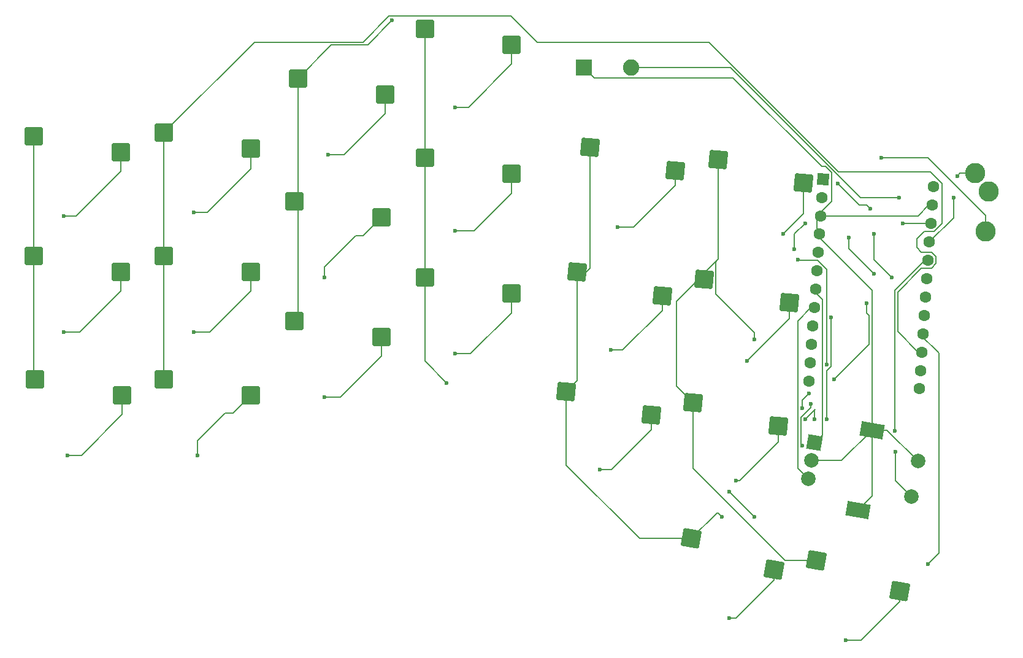
<source format=gbr>
%TF.GenerationSoftware,KiCad,Pcbnew,9.0.6-1.fc43*%
%TF.CreationDate,2026-01-15T13:21:32-05:00*%
%TF.ProjectId,Left,4c656674-2e6b-4696-9361-645f70636258,rev?*%
%TF.SameCoordinates,Original*%
%TF.FileFunction,Copper,L2,Bot*%
%TF.FilePolarity,Positive*%
%FSLAX46Y46*%
G04 Gerber Fmt 4.6, Leading zero omitted, Abs format (unit mm)*
G04 Created by KiCad (PCBNEW 9.0.6-1.fc43) date 2026-01-15 13:21:32*
%MOMM*%
%LPD*%
G01*
G04 APERTURE LIST*
G04 Aperture macros list*
%AMRoundRect*
0 Rectangle with rounded corners*
0 $1 Rounding radius*
0 $2 $3 $4 $5 $6 $7 $8 $9 X,Y pos of 4 corners*
0 Add a 4 corners polygon primitive as box body*
4,1,4,$2,$3,$4,$5,$6,$7,$8,$9,$2,$3,0*
0 Add four circle primitives for the rounded corners*
1,1,$1+$1,$2,$3*
1,1,$1+$1,$4,$5*
1,1,$1+$1,$6,$7*
1,1,$1+$1,$8,$9*
0 Add four rect primitives between the rounded corners*
20,1,$1+$1,$2,$3,$4,$5,0*
20,1,$1+$1,$4,$5,$6,$7,0*
20,1,$1+$1,$6,$7,$8,$9,0*
20,1,$1+$1,$8,$9,$2,$3,0*%
%AMHorizOval*
0 Thick line with rounded ends*
0 $1 width*
0 $2 $3 position (X,Y) of the first rounded end (center of the circle)*
0 $4 $5 position (X,Y) of the second rounded end (center of the circle)*
0 Add line between two ends*
20,1,$1,$2,$3,$4,$5,0*
0 Add two circle primitives to create the rounded ends*
1,1,$1,$2,$3*
1,1,$1,$4,$5*%
%AMRotRect*
0 Rectangle, with rotation*
0 The origin of the aperture is its center*
0 $1 length*
0 $2 width*
0 $3 Rotation angle, in degrees counterclockwise*
0 Add horizontal line*
21,1,$1,$2,0,0,$3*%
G04 Aperture macros list end*
%TA.AperFunction,SMDPad,CuDef*%
%ADD10RoundRect,0.250000X-1.108255X-0.906860X0.933944X-1.085529X1.108255X0.906860X-0.933944X1.085529X0*%
%TD*%
%TA.AperFunction,SMDPad,CuDef*%
%ADD11RoundRect,0.250000X-1.183076X-0.806818X0.835780X-1.162797X1.183076X0.806818X-0.835780X1.162797X0*%
%TD*%
%TA.AperFunction,SMDPad,CuDef*%
%ADD12RoundRect,0.250000X-1.025000X-1.000000X1.025000X-1.000000X1.025000X1.000000X-1.025000X1.000000X0*%
%TD*%
%TA.AperFunction,ComponentPad*%
%ADD13RotRect,1.600000X1.600000X176.000000*%
%TD*%
%TA.AperFunction,ComponentPad*%
%ADD14HorizOval,1.600000X0.000000X0.000000X0.000000X0.000000X0*%
%TD*%
%TA.AperFunction,ComponentPad*%
%ADD15R,2.250000X2.250000*%
%TD*%
%TA.AperFunction,ComponentPad*%
%ADD16C,2.250000*%
%TD*%
%TA.AperFunction,ComponentPad*%
%ADD17C,2.800000*%
%TD*%
%TA.AperFunction,ComponentPad*%
%ADD18RotRect,2.000000X2.000000X350.000000*%
%TD*%
%TA.AperFunction,ComponentPad*%
%ADD19C,2.000000*%
%TD*%
%TA.AperFunction,ComponentPad*%
%ADD20RotRect,3.200000X2.000000X350.000000*%
%TD*%
%TA.AperFunction,ViaPad*%
%ADD21C,0.600000*%
%TD*%
%TA.AperFunction,Conductor*%
%ADD22C,0.200000*%
%TD*%
G04 APERTURE END LIST*
D10*
%TO.P,S12,1,1*%
%TO.N,5 Column*%
X243557182Y-89238430D03*
%TO.P,S12,2,2*%
%TO.N,Net-(D12-A)*%
X255319776Y-92475927D03*
%TD*%
D11*
%TO.P,S20,1,1*%
%TO.N,5 Column*%
X259095062Y-127983385D03*
%TO.P,S20,2,2*%
%TO.N,Net-(D20-A)*%
X270530729Y-132233740D03*
%TD*%
D10*
%TO.P,S17,1,1*%
%TO.N,4 Column*%
X224536253Y-104717787D03*
%TO.P,S17,2,2*%
%TO.N,Net-(D17-A)*%
X236298847Y-107955284D03*
%TD*%
D12*
%TO.P,S10,1,1*%
%TO.N,3 Column*%
X205000000Y-72500000D03*
%TO.P,S10,2,2*%
%TO.N,Net-(D10-A)*%
X217000000Y-74700000D03*
%TD*%
D10*
%TO.P,S5,1,1*%
%TO.N,4 Column*%
X227792292Y-71004993D03*
%TO.P,S5,2,2*%
%TO.N,Net-(D5-A)*%
X239554886Y-74242490D03*
%TD*%
D12*
%TO.P,S1,1,1*%
%TO.N,0 Column*%
X151000000Y-69500000D03*
%TO.P,S1,2,2*%
%TO.N,Net-(D1-A)*%
X163000000Y-71700000D03*
%TD*%
D10*
%TO.P,S11,1,1*%
%TO.N,4 Column*%
X226057182Y-88238430D03*
%TO.P,S11,2,2*%
%TO.N,Net-(D11-A)*%
X237819776Y-91475927D03*
%TD*%
D11*
%TO.P,S19,1,1*%
%TO.N,4 Column*%
X241817699Y-124983385D03*
%TO.P,S19,2,2*%
%TO.N,Net-(D19-A)*%
X253253366Y-129233740D03*
%TD*%
D13*
%TO.P,U1,1,TX0/PD3*%
%TO.N,Serial*%
X260000000Y-75398562D03*
D14*
%TO.P,U1,2,RX1/PD2*%
%TO.N,unconnected-(U1-RX1{slash}PD2-Pad2)*%
X259822819Y-77932375D03*
%TO.P,U1,3,GND*%
%TO.N,GND*%
X259645638Y-80466186D03*
%TO.P,U1,4,GND*%
X259468457Y-83000000D03*
%TO.P,U1,5,2/PD1*%
%TO.N,unconnected-(U1-2{slash}PD1-Pad5)*%
X259291275Y-85533812D03*
%TO.P,U1,6,3/PD0*%
%TO.N,unconnected-(U1-3{slash}PD0-Pad6)*%
X259114094Y-88067624D03*
%TO.P,U1,7,4/PD4*%
%TO.N,Net-(U1-4{slash}PD4)*%
X258936913Y-90601439D03*
%TO.P,U1,8,5/PC6*%
%TO.N,Net-(U1-5{slash}PC6)*%
X258759731Y-93135251D03*
%TO.P,U1,9,6/PD7*%
%TO.N,5 Column*%
X258582548Y-95669063D03*
%TO.P,U1,10,7/PE6*%
%TO.N,4 Column*%
X258405367Y-98202876D03*
%TO.P,U1,11,8/PB4*%
%TO.N,3 Column*%
X258228186Y-100736689D03*
%TO.P,U1,12,9/PB5*%
%TO.N,2 Column*%
X258051005Y-103270500D03*
%TO.P,U1,13,10/PB6*%
%TO.N,unconnected-(U1-10{slash}PB6-Pad13)*%
X273253881Y-104333590D03*
%TO.P,U1,14,16/PB2*%
%TO.N,0 Column*%
X273431063Y-101799777D03*
%TO.P,U1,15,14/PB3*%
%TO.N,1 Column*%
X273608243Y-99265965D03*
%TO.P,U1,16,15/PB1*%
%TO.N,3 Row*%
X273785425Y-96732152D03*
%TO.P,U1,17,A0/PF7*%
%TO.N,2 Row*%
X273962605Y-94198339D03*
%TO.P,U1,18,A1/PF6*%
%TO.N,1 Row*%
X274139789Y-91664526D03*
%TO.P,U1,19,A2/PF5*%
%TO.N,0 Row*%
X274316971Y-89130714D03*
%TO.P,U1,20,A3/PF4*%
%TO.N,Net-(U1-A3{slash}PF4)*%
X274494151Y-86596901D03*
%TO.P,U1,21,VCC*%
%TO.N,VCC*%
X274671333Y-84063088D03*
%TO.P,U1,22,RST*%
%TO.N,RST*%
X274848513Y-81529276D03*
%TO.P,U1,23,GND*%
%TO.N,GND*%
X275025695Y-78995463D03*
%TO.P,U1,24,RAW*%
%TO.N,unconnected-(U1-RAW-Pad24)*%
X275202877Y-76461651D03*
%TD*%
D12*
%TO.P,S8,1,1*%
%TO.N,1 Column*%
X169000000Y-86000000D03*
%TO.P,S8,2,2*%
%TO.N,Net-(D8-A)*%
X181000000Y-88200000D03*
%TD*%
%TO.P,S4,1,1*%
%TO.N,3 Column*%
X205000000Y-54700000D03*
%TO.P,S4,2,2*%
%TO.N,Net-(D4-A)*%
X217000000Y-56900000D03*
%TD*%
D15*
%TO.P,SW2,1,1*%
%TO.N,GND*%
X227000000Y-60000000D03*
D16*
%TO.P,SW2,2,2*%
%TO.N,RST*%
X233500000Y-60000000D03*
%TD*%
D10*
%TO.P,S6,1,1*%
%TO.N,5 Column*%
X245536253Y-72717787D03*
%TO.P,S6,2,2*%
%TO.N,Net-(D6-A)*%
X257298847Y-75955284D03*
%TD*%
D12*
%TO.P,S13,1,1*%
%TO.N,0 Column*%
X151225000Y-103050000D03*
%TO.P,S13,2,2*%
%TO.N,Net-(D13-A)*%
X163225000Y-105250000D03*
%TD*%
%TO.P,S15,1,1*%
%TO.N,2 Column*%
X187000000Y-95000000D03*
%TO.P,S15,2,2*%
%TO.N,Net-(D15-A)*%
X199000000Y-97200000D03*
%TD*%
%TO.P,S3,1,1*%
%TO.N,2 Column*%
X187500000Y-61500000D03*
%TO.P,S3,2,2*%
%TO.N,Net-(D3-A)*%
X199500000Y-63700000D03*
%TD*%
D17*
%TO.P,J1,R*%
%TO.N,Serial*%
X282444051Y-82620270D03*
%TO.P,J1,S*%
%TO.N,VCC*%
X281000000Y-74600000D03*
%TO.P,J1,T*%
%TO.N,GND*%
X282827713Y-77133667D03*
%TD*%
D12*
%TO.P,S9,1,1*%
%TO.N,2 Column*%
X187000000Y-78500000D03*
%TO.P,S9,2,2*%
%TO.N,Net-(D9-A)*%
X199000000Y-80700000D03*
%TD*%
%TO.P,S7,1,1*%
%TO.N,0 Column*%
X151000000Y-86000000D03*
%TO.P,S7,2,2*%
%TO.N,Net-(D7-A)*%
X163000000Y-88200000D03*
%TD*%
%TO.P,S14,1,1*%
%TO.N,1 Column*%
X169000000Y-103000000D03*
%TO.P,S14,2,2*%
%TO.N,Net-(D14-A)*%
X181000000Y-105200000D03*
%TD*%
%TO.P,S2,1,1*%
%TO.N,1 Column*%
X169000000Y-69000000D03*
%TO.P,S2,2,2*%
%TO.N,Net-(D2-A)*%
X181000000Y-71200000D03*
%TD*%
D18*
%TO.P,SW1,A,A*%
%TO.N,Net-(U1-4{slash}PD4)*%
X258794265Y-111779031D03*
D19*
%TO.P,SW1,B,B*%
%TO.N,Net-(U1-5{slash}PC6)*%
X257926024Y-116703070D03*
%TO.P,SW1,C,C*%
%TO.N,GND*%
X258360145Y-114241050D03*
D20*
%TO.P,SW1,MP,MP*%
X266718632Y-110028488D03*
X264773773Y-121058335D03*
D19*
%TO.P,SW1,S1,S1*%
%TO.N,Net-(U1-A3{slash}PF4)*%
X272205737Y-119220968D03*
%TO.P,SW1,S2,S2*%
%TO.N,GND*%
X273073977Y-114296930D03*
%TD*%
D12*
%TO.P,S16,1,1*%
%TO.N,3 Column*%
X205000000Y-89000000D03*
%TO.P,S16,2,2*%
%TO.N,Net-(D16-A)*%
X217000000Y-91200000D03*
%TD*%
D10*
%TO.P,S18,1,1*%
%TO.N,5 Column*%
X242057182Y-106238430D03*
%TO.P,S18,2,2*%
%TO.N,Net-(D18-A)*%
X253819776Y-109475927D03*
%TD*%
D21*
%TO.N,Net-(D1-A)*%
X155150000Y-80500000D03*
%TO.N,Net-(D2-A)*%
X173150000Y-80000000D03*
%TO.N,Net-(D3-A)*%
X191650000Y-72000000D03*
%TO.N,Net-(D4-A)*%
X209150000Y-65500000D03*
%TO.N,Net-(D5-A)*%
X231650000Y-82000000D03*
%TO.N,Net-(D6-A)*%
X254500000Y-83000000D03*
%TO.N,1 Row*%
X269500000Y-89000000D03*
X267000000Y-83000000D03*
X256000000Y-85032812D03*
X257500000Y-81500000D03*
%TO.N,Net-(D7-A)*%
X155150000Y-96500000D03*
%TO.N,Net-(D8-A)*%
X173150000Y-96500000D03*
%TO.N,Net-(D9-A)*%
X191150000Y-89000000D03*
%TO.N,Net-(D10-A)*%
X209150000Y-82500000D03*
%TO.N,Net-(D11-A)*%
X230650000Y-99000000D03*
%TO.N,Net-(D12-A)*%
X249500000Y-100500000D03*
%TO.N,Net-(D13-A)*%
X155650000Y-113500000D03*
%TO.N,2 Row*%
X266000000Y-92500000D03*
X257081548Y-107000000D03*
X258000000Y-105000000D03*
X261500000Y-103000000D03*
%TO.N,Net-(D14-A)*%
X173650000Y-113500000D03*
%TO.N,Net-(D15-A)*%
X191150000Y-105500000D03*
%TO.N,Net-(D16-A)*%
X209150000Y-99500000D03*
%TO.N,Net-(D17-A)*%
X229150000Y-115500000D03*
%TO.N,Net-(D18-A)*%
X248000000Y-117000000D03*
%TO.N,3 Row*%
X274500000Y-128500000D03*
%TO.N,Net-(D19-A)*%
X247000000Y-136000000D03*
%TO.N,Net-(D20-A)*%
X263150000Y-139000000D03*
%TO.N,0 Column*%
X151225000Y-103050000D03*
%TO.N,2 Column*%
X267000000Y-88500000D03*
X200500000Y-53524000D03*
X263500000Y-83500000D03*
%TO.N,3 Column*%
X247000000Y-118500000D03*
X250500000Y-122000000D03*
X258260729Y-106412202D03*
X208000000Y-103500000D03*
X257081548Y-112174265D03*
%TO.N,4 Column*%
X258792274Y-108500000D03*
X246000000Y-122000000D03*
X261100000Y-94500000D03*
X260500000Y-108500000D03*
X257500000Y-108500000D03*
%TO.N,5 Column*%
X260500000Y-101000000D03*
X256500000Y-86500000D03*
X250500000Y-97500000D03*
%TO.N,Net-(U1-A3{slash}PF4)*%
X269884205Y-110115795D03*
X270000000Y-113000000D03*
%TO.N,RST*%
X271000000Y-81500000D03*
X270500000Y-78000000D03*
%TO.N,VCC*%
X278000000Y-78000000D03*
X278500000Y-75000000D03*
%TO.N,Serial*%
X262000000Y-76000000D03*
X268000000Y-72500000D03*
X266500000Y-79500000D03*
%TD*%
D22*
%TO.N,Net-(D1-A)*%
X163000000Y-71700000D02*
X163000000Y-74339892D01*
X163000000Y-74339892D02*
X156839892Y-80500000D01*
X156839892Y-80500000D02*
X155150000Y-80500000D01*
%TO.N,Net-(D2-A)*%
X175000000Y-80000000D02*
X173150000Y-80000000D01*
X181000000Y-74000000D02*
X175000000Y-80000000D01*
X181000000Y-71200000D02*
X181000000Y-74000000D01*
%TO.N,Net-(D3-A)*%
X199500000Y-66339892D02*
X193839892Y-72000000D01*
X193839892Y-72000000D02*
X191650000Y-72000000D01*
X199500000Y-63700000D02*
X199500000Y-66339892D01*
%TO.N,Net-(D4-A)*%
X217000000Y-56900000D02*
X217000000Y-59539892D01*
X217000000Y-59539892D02*
X211039892Y-65500000D01*
X211039892Y-65500000D02*
X209150000Y-65500000D01*
%TO.N,Net-(D5-A)*%
X239554886Y-76286679D02*
X233841565Y-82000000D01*
X239554886Y-74242490D02*
X239554886Y-76286679D01*
X233841565Y-82000000D02*
X231650000Y-82000000D01*
%TO.N,Net-(D6-A)*%
X257298847Y-80201153D02*
X254500000Y-83000000D01*
X257298847Y-75955284D02*
X257298847Y-80201153D01*
%TO.N,1 Row*%
X256000000Y-83000000D02*
X257500000Y-81500000D01*
X267000000Y-83000000D02*
X267000000Y-86500000D01*
X267000000Y-86500000D02*
X269500000Y-89000000D01*
X256000000Y-85032812D02*
X256000000Y-83000000D01*
%TO.N,Net-(D7-A)*%
X163000000Y-88200000D02*
X163000000Y-90839892D01*
X163000000Y-90839892D02*
X157339892Y-96500000D01*
X157339892Y-96500000D02*
X155150000Y-96500000D01*
%TO.N,Net-(D8-A)*%
X175339892Y-96500000D02*
X173150000Y-96500000D01*
X181000000Y-88200000D02*
X181000000Y-90839892D01*
X181000000Y-90839892D02*
X175339892Y-96500000D01*
%TO.N,Net-(D9-A)*%
X199000000Y-80700000D02*
X196501000Y-83199000D01*
X195461108Y-83199000D02*
X191150000Y-87510108D01*
X196501000Y-83199000D02*
X195461108Y-83199000D01*
X191150000Y-87510108D02*
X191150000Y-89000000D01*
%TO.N,Net-(D10-A)*%
X211839892Y-82500000D02*
X209150000Y-82500000D01*
X217000000Y-74700000D02*
X217000000Y-77339892D01*
X217000000Y-77339892D02*
X211839892Y-82500000D01*
%TO.N,Net-(D11-A)*%
X232339892Y-99000000D02*
X230650000Y-99000000D01*
X237819776Y-93520116D02*
X232339892Y-99000000D01*
X237819776Y-91475927D02*
X237819776Y-93520116D01*
%TO.N,Net-(D12-A)*%
X255319776Y-94680224D02*
X249500000Y-100500000D01*
X255319776Y-92475927D02*
X255319776Y-94680224D01*
%TO.N,Net-(D13-A)*%
X157614892Y-113500000D02*
X155650000Y-113500000D01*
X163225000Y-107889892D02*
X157614892Y-113500000D01*
X163225000Y-105250000D02*
X163225000Y-107889892D01*
%TO.N,2 Row*%
X257081548Y-105918452D02*
X258000000Y-105000000D01*
X257081548Y-107000000D02*
X257081548Y-105918452D01*
X266000000Y-93880707D02*
X266000000Y-92500000D01*
X266317632Y-94198339D02*
X266000000Y-93880707D01*
X266317632Y-98182368D02*
X266317632Y-94198339D01*
X261500000Y-103000000D02*
X266317632Y-98182368D01*
%TO.N,Net-(D14-A)*%
X173650000Y-111510108D02*
X173650000Y-113500000D01*
X178501000Y-107699000D02*
X177461108Y-107699000D01*
X181000000Y-105200000D02*
X178501000Y-107699000D01*
X177461108Y-107699000D02*
X173650000Y-111510108D01*
%TO.N,Net-(D15-A)*%
X193339892Y-105500000D02*
X191150000Y-105500000D01*
X199000000Y-99839892D02*
X193339892Y-105500000D01*
X199000000Y-97200000D02*
X199000000Y-99839892D01*
%TO.N,Net-(D16-A)*%
X211339892Y-99500000D02*
X209150000Y-99500000D01*
X217000000Y-93839892D02*
X211339892Y-99500000D01*
X217000000Y-91200000D02*
X217000000Y-93839892D01*
%TO.N,Net-(D17-A)*%
X236298847Y-107955284D02*
X236298847Y-109999473D01*
X236298847Y-109999473D02*
X230798320Y-115500000D01*
X230798320Y-115500000D02*
X229150000Y-115500000D01*
%TO.N,Net-(D18-A)*%
X253819776Y-111680224D02*
X248500000Y-117000000D01*
X248500000Y-117000000D02*
X248000000Y-117000000D01*
X253819776Y-109475927D02*
X253819776Y-111680224D01*
%TO.N,3 Row*%
X276000000Y-99415184D02*
X273316968Y-96732152D01*
X274500000Y-128500000D02*
X276000000Y-127000000D01*
X276000000Y-127000000D02*
X276000000Y-99415184D01*
%TO.N,Net-(D19-A)*%
X253253366Y-129233740D02*
X253253366Y-130680671D01*
X253253366Y-130680671D02*
X247934037Y-136000000D01*
X247934037Y-136000000D02*
X247000000Y-136000000D01*
%TO.N,Net-(D20-A)*%
X270530729Y-133680671D02*
X265211400Y-139000000D01*
X270530729Y-132233740D02*
X270530729Y-133680671D01*
X265211400Y-139000000D02*
X263150000Y-139000000D01*
%TO.N,0 Column*%
X151000000Y-69500000D02*
X151000000Y-102825000D01*
X151000000Y-102825000D02*
X151225000Y-103050000D01*
%TO.N,1 Column*%
X276399000Y-76002082D02*
X275948459Y-75551541D01*
X273139786Y-99265965D02*
X270285205Y-96411384D01*
X276399000Y-81535839D02*
X276399000Y-76002082D01*
X262128709Y-74371291D02*
X244257418Y-56500000D01*
X275304563Y-82630276D02*
X276399000Y-81535839D01*
X200076000Y-52924000D02*
X196500000Y-56500000D01*
X274768209Y-74371291D02*
X262128709Y-74371291D01*
X276236420Y-75839501D02*
X275948459Y-75551541D01*
X275595151Y-87052951D02*
X275595151Y-86095151D01*
X275595151Y-86095151D02*
X274995901Y-85495901D01*
X272924694Y-83629588D02*
X273924006Y-82630276D01*
X273569644Y-85495901D02*
X272924694Y-84850951D01*
X244257418Y-56500000D02*
X220500000Y-56500000D01*
X181500000Y-56500000D02*
X169000000Y-69000000D01*
X273569644Y-87697901D02*
X274950201Y-87697901D01*
X220500000Y-56500000D02*
X216924000Y-52924000D01*
X272924694Y-84850951D02*
X272924694Y-83629588D01*
X275948459Y-75551541D02*
X274768209Y-74371291D01*
X270285205Y-90982340D02*
X273569644Y-87697901D01*
X216924000Y-52924000D02*
X200076000Y-52924000D01*
X273924006Y-82630276D02*
X275304563Y-82630276D01*
X169000000Y-69000000D02*
X169000000Y-103000000D01*
X196500000Y-56500000D02*
X181500000Y-56500000D01*
X274995901Y-85495901D02*
X273569644Y-85495901D01*
X270285205Y-96411384D02*
X270285205Y-90982340D01*
X274950201Y-87697901D02*
X275595151Y-87052951D01*
%TO.N,2 Column*%
X263500000Y-85000000D02*
X267000000Y-88500000D01*
X187500000Y-61500000D02*
X192099000Y-56901000D01*
X197123000Y-56901000D02*
X200500000Y-53524000D01*
X263500000Y-83500000D02*
X263500000Y-85000000D01*
X187500000Y-94500000D02*
X187000000Y-95000000D01*
X187500000Y-61500000D02*
X187500000Y-94500000D01*
X192099000Y-56901000D02*
X197123000Y-56901000D01*
%TO.N,3 Column*%
X258260729Y-106412202D02*
X258260729Y-106889328D01*
X208000000Y-103500000D02*
X205000000Y-100500000D01*
X256899000Y-108251057D02*
X256899000Y-111991717D01*
X250500000Y-122000000D02*
X247000000Y-118500000D01*
X256899000Y-111991717D02*
X257081548Y-112174265D01*
X205000000Y-54700000D02*
X205000000Y-89000000D01*
X205000000Y-100500000D02*
X205000000Y-89000000D01*
X258260729Y-106889328D02*
X256899000Y-108251057D01*
%TO.N,4 Column*%
X257500000Y-108500000D02*
X258860729Y-107139271D01*
X241817699Y-124983385D02*
X234643779Y-124983385D01*
X234643779Y-124983385D02*
X224536253Y-114875859D01*
X227792292Y-87707708D02*
X227261570Y-88238430D01*
X258860729Y-107139271D02*
X258792274Y-107207726D01*
X258792274Y-107207726D02*
X258792274Y-108500000D01*
X245301084Y-121500000D02*
X245500000Y-121500000D01*
X241817699Y-124983385D02*
X245301084Y-121500000D01*
X226057182Y-88238430D02*
X226057182Y-103196858D01*
X260500000Y-101849943D02*
X261100000Y-101249943D01*
X227261570Y-88238430D02*
X226057182Y-88238430D01*
X226057182Y-103196858D02*
X224536253Y-104717787D01*
X245500000Y-121500000D02*
X246000000Y-122000000D01*
X260500000Y-108500000D02*
X260500000Y-101849943D01*
X227792292Y-71004993D02*
X227792292Y-87707708D01*
X261100000Y-101249943D02*
X261100000Y-94500000D01*
X224536253Y-114875859D02*
X224536253Y-104717787D01*
%TO.N,5 Column*%
X250500000Y-96563807D02*
X250500000Y-97500000D01*
X242057182Y-106238430D02*
X242057182Y-115266979D01*
X245536253Y-86463747D02*
X245159148Y-86840852D01*
X242057182Y-115266979D02*
X254773588Y-127983385D01*
X256500000Y-86500000D02*
X256634812Y-86634812D01*
X260500000Y-87896480D02*
X260500000Y-101000000D01*
X259238332Y-86634812D02*
X260500000Y-87896480D01*
X254773588Y-127983385D02*
X259095062Y-127983385D01*
X256634812Y-86634812D02*
X259238332Y-86634812D01*
X245536253Y-86463747D02*
X239740858Y-92259142D01*
X245536253Y-72717787D02*
X245536253Y-86463747D01*
X239740858Y-103922106D02*
X242057182Y-106238430D01*
X239740858Y-92259142D02*
X239740858Y-103922106D01*
X245159148Y-91222955D02*
X250500000Y-96563807D01*
X245159148Y-86840852D02*
X245159148Y-91222955D01*
%TO.N,GND*%
X261154856Y-78488511D02*
X261154856Y-74531638D01*
X262506070Y-114241050D02*
X266718632Y-110028488D01*
X261154856Y-74531638D02*
X260295838Y-73672620D01*
X266718632Y-90718632D02*
X266718632Y-110028488D01*
X259177181Y-80466186D02*
X261154856Y-78488511D01*
X259827380Y-73672620D02*
X247580761Y-61426000D01*
X264773773Y-121058335D02*
X266718632Y-119113476D01*
X259000000Y-83000000D02*
X266718632Y-90718632D01*
X247580761Y-61426000D02*
X228426000Y-61426000D01*
X259177181Y-80466186D02*
X273086515Y-80466186D01*
X268805535Y-110028488D02*
X266718632Y-110028488D01*
X258360145Y-114241050D02*
X262506070Y-114241050D01*
X266718632Y-119113476D02*
X266718632Y-110028488D01*
X259177181Y-82822819D02*
X259000000Y-83000000D01*
X273073977Y-114296930D02*
X268805535Y-110028488D01*
X259177181Y-80466186D02*
X259177181Y-82822819D01*
X228426000Y-61426000D02*
X227000000Y-60000000D01*
X273086515Y-80466186D02*
X274557238Y-78995463D01*
X260295838Y-73672620D02*
X259827380Y-73672620D01*
%TO.N,Net-(U1-5{slash}PC6)*%
X257926024Y-116703070D02*
X256481548Y-115258594D01*
X256481548Y-115258594D02*
X256481548Y-94944977D01*
X256481548Y-94944977D02*
X258291274Y-93135251D01*
%TO.N,Net-(U1-A3{slash}PF4)*%
X269884205Y-110115795D02*
X269884205Y-90738390D01*
X270000000Y-117015231D02*
X270000000Y-113000000D01*
X272205737Y-119220968D02*
X270000000Y-117015231D01*
X269884205Y-90738390D02*
X274025694Y-86596901D01*
%TO.N,Net-(U1-4{slash}PD4)*%
X259860731Y-91993714D02*
X259860731Y-110712565D01*
X259860731Y-110712565D02*
X258794265Y-111779031D01*
X258468456Y-90601439D02*
X259860731Y-91993714D01*
%TO.N,RST*%
X274409332Y-81500000D02*
X271000000Y-81500000D01*
X247190318Y-60000000D02*
X233500000Y-60000000D01*
X270500000Y-78000000D02*
X265190318Y-78000000D01*
X265190318Y-78000000D02*
X247190318Y-60000000D01*
%TO.N,VCC*%
X274250032Y-84015932D02*
X274202876Y-84063088D01*
X281000000Y-74600000D02*
X278900000Y-74600000D01*
X278000000Y-78000000D02*
X278000000Y-80734421D01*
X278000000Y-80734421D02*
X274671333Y-84063088D01*
X278900000Y-74600000D02*
X278500000Y-75000000D01*
%TO.N,Serial*%
X282444051Y-80444051D02*
X274500000Y-72500000D01*
X266000000Y-79000000D02*
X265000000Y-79000000D01*
X274500000Y-72500000D02*
X268000000Y-72500000D01*
X266500000Y-79500000D02*
X266000000Y-79000000D01*
X265000000Y-79000000D02*
X262000000Y-76000000D01*
X282444051Y-82620270D02*
X282444051Y-80444051D01*
%TD*%
M02*

</source>
